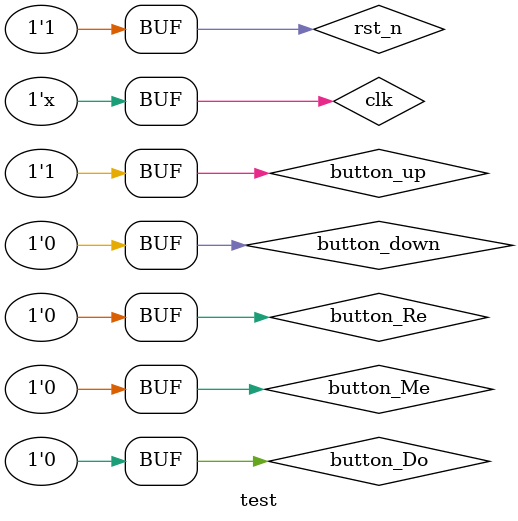
<source format=v>
`timescale 1ns / 1ps


module test();
reg clk,button_Do, button_Re, button_Me, button_up, button_down;
reg rst_n;
wire audio_mclk, audio_lrck, audio_sck, audio_sdin;
wire [7:0]segs;
wire [3:0]ssd_ctl;

Speaker u0(segs,ssd_ctl,audio_mclk, audio_lrck, audio_sck, audio_sdin
,clk, rst_n, button_Do, button_Re, button_Me, button_up, button_down);

initial
begin
button_Do=0;
button_Re=0; 
button_Me=0; 
button_up=0; 
button_down=0;
clk=1;
rst_n=0;
#10 rst_n=1;
#100 button_up=1;
end

always
begin
#10 clk=~clk;
end

endmodule

</source>
